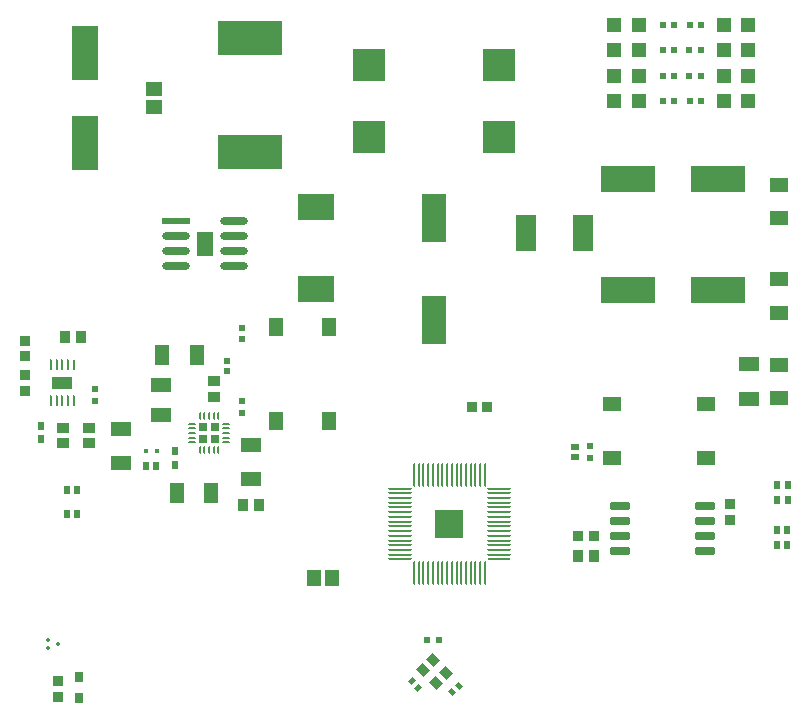
<source format=gtp>
G04*
G04 #@! TF.GenerationSoftware,Altium Limited,Altium Designer,24.9.1 (31)*
G04*
G04 Layer_Color=8421504*
%FSLAX44Y44*%
%MOMM*%
G71*
G04*
G04 #@! TF.SameCoordinates,DBAFCBE9-9C6E-486A-AB20-CA00A55F4774*
G04*
G04*
G04 #@! TF.FilePolarity,Positive*
G04*
G01*
G75*
G04:AMPARAMS|DCode=16|XSize=0.75mm|YSize=0.75mm|CornerRadius=0.0488mm|HoleSize=0mm|Usage=FLASHONLY|Rotation=270.000|XOffset=0mm|YOffset=0mm|HoleType=Round|Shape=RoundedRectangle|*
%AMROUNDEDRECTD16*
21,1,0.7500,0.6525,0,0,270.0*
21,1,0.6525,0.7500,0,0,270.0*
1,1,0.0975,-0.3263,-0.3263*
1,1,0.0975,-0.3263,0.3263*
1,1,0.0975,0.3263,0.3263*
1,1,0.0975,0.3263,-0.3263*
%
%ADD16ROUNDEDRECTD16*%
%ADD17R,2.4666X2.4666*%
%ADD18R,1.7500X1.0000*%
%ADD19R,1.3355X2.1355*%
%ADD20R,1.6800X3.1500*%
%ADD21R,2.0000X4.1000*%
G04:AMPARAMS|DCode=22|XSize=1.61mm|YSize=0.6mm|CornerRadius=0.075mm|HoleSize=0mm|Usage=FLASHONLY|Rotation=180.000|XOffset=0mm|YOffset=0mm|HoleType=Round|Shape=RoundedRectangle|*
%AMROUNDEDRECTD22*
21,1,1.6100,0.4500,0,0,180.0*
21,1,1.4600,0.6000,0,0,180.0*
1,1,0.1500,-0.7300,0.2250*
1,1,0.1500,0.7300,0.2250*
1,1,0.1500,0.7300,-0.2250*
1,1,0.1500,-0.7300,-0.2250*
%
%ADD22ROUNDEDRECTD22*%
G04:AMPARAMS|DCode=23|XSize=0.2mm|YSize=0.6mm|CornerRadius=0.05mm|HoleSize=0mm|Usage=FLASHONLY|Rotation=180.000|XOffset=0mm|YOffset=0mm|HoleType=Round|Shape=RoundedRectangle|*
%AMROUNDEDRECTD23*
21,1,0.2000,0.5000,0,0,180.0*
21,1,0.1000,0.6000,0,0,180.0*
1,1,0.1000,-0.0500,0.2500*
1,1,0.1000,0.0500,0.2500*
1,1,0.1000,0.0500,-0.2500*
1,1,0.1000,-0.0500,-0.2500*
%
%ADD23ROUNDEDRECTD23*%
G04:AMPARAMS|DCode=24|XSize=0.2mm|YSize=0.6mm|CornerRadius=0.05mm|HoleSize=0mm|Usage=FLASHONLY|Rotation=90.000|XOffset=0mm|YOffset=0mm|HoleType=Round|Shape=RoundedRectangle|*
%AMROUNDEDRECTD24*
21,1,0.2000,0.5000,0,0,90.0*
21,1,0.1000,0.6000,0,0,90.0*
1,1,0.1000,0.2500,0.0500*
1,1,0.1000,0.2500,-0.0500*
1,1,0.1000,-0.2500,-0.0500*
1,1,0.1000,-0.2500,0.0500*
%
%ADD24ROUNDEDRECTD24*%
%ADD25R,2.8000X2.8000*%
%ADD26R,0.6000X0.6400*%
%ADD27R,0.6000X0.7500*%
%ADD28R,0.4000X0.3000*%
%ADD29R,1.0000X0.9000*%
%ADD30R,1.8000X1.3000*%
%ADD31R,0.9500X0.8500*%
G04:AMPARAMS|DCode=32|XSize=0.3mm|YSize=0.3mm|CornerRadius=0.0495mm|HoleSize=0mm|Usage=FLASHONLY|Rotation=270.000|XOffset=0mm|YOffset=0mm|HoleType=Round|Shape=RoundedRectangle|*
%AMROUNDEDRECTD32*
21,1,0.3000,0.2010,0,0,270.0*
21,1,0.2010,0.3000,0,0,270.0*
1,1,0.0990,-0.1005,-0.1005*
1,1,0.0990,-0.1005,0.1005*
1,1,0.0990,0.1005,0.1005*
1,1,0.0990,0.1005,-0.1005*
%
%ADD32ROUNDEDRECTD32*%
%ADD33R,0.8000X0.9000*%
%ADD34R,1.3000X1.8000*%
%ADD35R,1.3000X1.4000*%
%ADD36R,0.9000X1.0000*%
%ADD37R,0.6000X0.5000*%
%ADD38R,0.8500X0.9500*%
%ADD39R,0.6400X0.6000*%
G04:AMPARAMS|DCode=40|XSize=0.2427mm|YSize=1.9552mm|CornerRadius=0.1214mm|HoleSize=0mm|Usage=FLASHONLY|Rotation=180.000|XOffset=0mm|YOffset=0mm|HoleType=Round|Shape=RoundedRectangle|*
%AMROUNDEDRECTD40*
21,1,0.2427,1.7125,0,0,180.0*
21,1,0.0000,1.9552,0,0,180.0*
1,1,0.2427,0.0000,0.8563*
1,1,0.2427,0.0000,0.8563*
1,1,0.2427,0.0000,-0.8563*
1,1,0.2427,0.0000,-0.8563*
%
%ADD40ROUNDEDRECTD40*%
G04:AMPARAMS|DCode=41|XSize=1.9552mm|YSize=0.2427mm|CornerRadius=0.1214mm|HoleSize=0mm|Usage=FLASHONLY|Rotation=180.000|XOffset=0mm|YOffset=0mm|HoleType=Round|Shape=RoundedRectangle|*
%AMROUNDEDRECTD41*
21,1,1.9552,0.0000,0,0,180.0*
21,1,1.7125,0.2427,0,0,180.0*
1,1,0.2427,-0.8563,0.0000*
1,1,0.2427,0.8563,0.0000*
1,1,0.2427,0.8563,0.0000*
1,1,0.2427,-0.8563,0.0000*
%
%ADD41ROUNDEDRECTD41*%
%ADD42R,1.9552X0.2427*%
%ADD43R,1.2000X1.2000*%
%ADD44R,0.5000X0.6000*%
%ADD45R,4.5500X2.3000*%
%ADD46R,1.5500X1.3000*%
%ADD47R,1.6500X1.2000*%
G04:AMPARAMS|DCode=48|XSize=0.4mm|YSize=0.5mm|CornerRadius=0mm|HoleSize=0mm|Usage=FLASHONLY|Rotation=225.000|XOffset=0mm|YOffset=0mm|HoleType=Round|Shape=Rectangle|*
%AMROTATEDRECTD48*
4,1,4,-0.0354,0.3182,0.3182,-0.0354,0.0354,-0.3182,-0.3182,0.0354,-0.0354,0.3182,0.0*
%
%ADD48ROTATEDRECTD48*%

G04:AMPARAMS|DCode=49|XSize=0.8mm|YSize=0.9mm|CornerRadius=0mm|HoleSize=0mm|Usage=FLASHONLY|Rotation=225.000|XOffset=0mm|YOffset=0mm|HoleType=Round|Shape=Rectangle|*
%AMROTATEDRECTD49*
4,1,4,-0.0354,0.6010,0.6010,-0.0354,0.0354,-0.6010,-0.6010,0.0354,-0.0354,0.6010,0.0*
%
%ADD49ROTATEDRECTD49*%

G04:AMPARAMS|DCode=50|XSize=0.4mm|YSize=0.5mm|CornerRadius=0mm|HoleSize=0mm|Usage=FLASHONLY|Rotation=315.000|XOffset=0mm|YOffset=0mm|HoleType=Round|Shape=Rectangle|*
%AMROTATEDRECTD50*
4,1,4,-0.3182,-0.0354,0.0354,0.3182,0.3182,0.0354,-0.0354,-0.3182,-0.3182,-0.0354,0.0*
%
%ADD50ROTATEDRECTD50*%

G04:AMPARAMS|DCode=51|XSize=0.9311mm|YSize=0.2393mm|CornerRadius=0.1196mm|HoleSize=0mm|Usage=FLASHONLY|Rotation=270.000|XOffset=0mm|YOffset=0mm|HoleType=Round|Shape=RoundedRectangle|*
%AMROUNDEDRECTD51*
21,1,0.9311,0.0000,0,0,270.0*
21,1,0.6918,0.2393,0,0,270.0*
1,1,0.2393,0.0000,-0.3459*
1,1,0.2393,0.0000,0.3459*
1,1,0.2393,0.0000,0.3459*
1,1,0.2393,0.0000,-0.3459*
%
%ADD51ROUNDEDRECTD51*%
%ADD52R,0.2393X0.9311*%
%ADD53R,1.7500X1.2000*%
%ADD54R,2.3000X4.5500*%
G04:AMPARAMS|DCode=55|XSize=2.3531mm|YSize=0.6221mm|CornerRadius=0.3111mm|HoleSize=0mm|Usage=FLASHONLY|Rotation=0.000|XOffset=0mm|YOffset=0mm|HoleType=Round|Shape=RoundedRectangle|*
%AMROUNDEDRECTD55*
21,1,2.3531,0.0000,0,0,0.0*
21,1,1.7310,0.6221,0,0,0.0*
1,1,0.6221,0.8655,0.0000*
1,1,0.6221,-0.8655,0.0000*
1,1,0.6221,-0.8655,0.0000*
1,1,0.6221,0.8655,0.0000*
%
%ADD55ROUNDEDRECTD55*%
%ADD56R,2.3531X0.6221*%
%ADD57R,5.4000X2.9000*%
%ADD58R,1.4000X1.3000*%
%ADD59R,1.3000X1.5500*%
%ADD60R,3.1100X2.2500*%
%ADD61R,0.5000X0.5000*%
D16*
X195580Y261555D02*
D03*
Y271055D02*
D03*
X205080D02*
D03*
Y261555D02*
D03*
D17*
X403860Y189230D02*
D03*
D18*
X76200Y308610D02*
D03*
D19*
X196850Y426720D02*
D03*
D20*
X468860Y435610D02*
D03*
X516660D02*
D03*
D21*
X391160Y361630D02*
D03*
Y448630D02*
D03*
D22*
X620250Y166370D02*
D03*
Y179070D02*
D03*
Y191770D02*
D03*
Y204470D02*
D03*
X548150D02*
D03*
Y191770D02*
D03*
Y179070D02*
D03*
Y166370D02*
D03*
D23*
X208330Y280305D02*
D03*
X204330D02*
D03*
X200330D02*
D03*
X196330D02*
D03*
X192330D02*
D03*
Y252305D02*
D03*
X196330D02*
D03*
X200330D02*
D03*
X204330D02*
D03*
X208330D02*
D03*
D24*
X186330Y274305D02*
D03*
Y270305D02*
D03*
Y266305D02*
D03*
Y262305D02*
D03*
Y258305D02*
D03*
X214330D02*
D03*
Y262305D02*
D03*
Y266305D02*
D03*
Y270305D02*
D03*
Y274305D02*
D03*
D25*
X336160Y577490D02*
D03*
X446160D02*
D03*
Y516490D02*
D03*
X336160D02*
D03*
D26*
X155530Y238695D02*
D03*
X146730D02*
D03*
X79670Y198120D02*
D03*
X88470D02*
D03*
Y218440D02*
D03*
X79670D02*
D03*
X690200Y209550D02*
D03*
X681400D02*
D03*
X680810Y171450D02*
D03*
X689610D02*
D03*
Y184150D02*
D03*
X680810D02*
D03*
X690200Y222250D02*
D03*
X681400D02*
D03*
D27*
X171450Y250795D02*
D03*
Y239295D02*
D03*
X58420Y272450D02*
D03*
Y260950D02*
D03*
D28*
X156210Y251395D02*
D03*
X147210D02*
D03*
D29*
X99060Y270910D02*
D03*
Y257410D02*
D03*
X76962Y270910D02*
D03*
Y257410D02*
D03*
X204470Y297180D02*
D03*
Y310680D02*
D03*
D30*
X125730Y240770D02*
D03*
Y269770D02*
D03*
X236220Y227540D02*
D03*
Y256540D02*
D03*
X657860Y295380D02*
D03*
Y324380D02*
D03*
D31*
X72390Y43030D02*
D03*
Y56030D02*
D03*
X641350Y205890D02*
D03*
Y192890D02*
D03*
X44450Y315110D02*
D03*
Y302110D02*
D03*
Y344320D02*
D03*
Y331320D02*
D03*
D32*
X64330Y91130D02*
D03*
X72830Y87630D02*
D03*
X64330Y84130D02*
D03*
D33*
X90170Y59300D02*
D03*
Y42300D02*
D03*
D34*
X201930Y215835D02*
D03*
X172930D02*
D03*
X189760Y332740D02*
D03*
X160760D02*
D03*
D35*
X304800Y143510D02*
D03*
X288800D02*
D03*
D36*
X242970Y205740D02*
D03*
X229470D02*
D03*
X526580Y162560D02*
D03*
X513080D02*
D03*
X78740Y347980D02*
D03*
X92240D02*
D03*
D37*
X522940Y245110D02*
D03*
Y255110D02*
D03*
X104140Y303450D02*
D03*
Y293450D02*
D03*
X228600Y293225D02*
D03*
Y283225D02*
D03*
Y345520D02*
D03*
Y355520D02*
D03*
D38*
X525930Y179070D02*
D03*
X512930D02*
D03*
X422760Y288290D02*
D03*
X435760D02*
D03*
D39*
X510240Y245710D02*
D03*
Y254510D02*
D03*
D40*
X433860Y147475D02*
D03*
X429860D02*
D03*
X425860D02*
D03*
X421860D02*
D03*
X417860D02*
D03*
X413860D02*
D03*
X409860D02*
D03*
X405860D02*
D03*
X401860D02*
D03*
X397860D02*
D03*
X393860D02*
D03*
X389860D02*
D03*
X385860D02*
D03*
X381860D02*
D03*
X377860D02*
D03*
X373860D02*
D03*
Y230985D02*
D03*
X377860D02*
D03*
X381860D02*
D03*
X385860D02*
D03*
X389860D02*
D03*
X393860D02*
D03*
X397860D02*
D03*
X401860D02*
D03*
X405860D02*
D03*
X409860D02*
D03*
X413860D02*
D03*
X417860D02*
D03*
X421860D02*
D03*
X425860D02*
D03*
X429860D02*
D03*
X433860D02*
D03*
D41*
X362105Y159230D02*
D03*
Y163230D02*
D03*
Y167230D02*
D03*
Y171230D02*
D03*
Y175230D02*
D03*
Y179230D02*
D03*
Y183230D02*
D03*
Y187230D02*
D03*
Y191230D02*
D03*
Y195230D02*
D03*
Y199230D02*
D03*
Y203230D02*
D03*
Y207230D02*
D03*
Y211230D02*
D03*
Y215230D02*
D03*
Y219230D02*
D03*
X445615D02*
D03*
Y215230D02*
D03*
Y211230D02*
D03*
Y207230D02*
D03*
Y203230D02*
D03*
Y199230D02*
D03*
Y195230D02*
D03*
Y191230D02*
D03*
Y187230D02*
D03*
Y183230D02*
D03*
Y179230D02*
D03*
Y175230D02*
D03*
Y171230D02*
D03*
Y167230D02*
D03*
Y163230D02*
D03*
D42*
Y159230D02*
D03*
D43*
X543220Y568960D02*
D03*
X564220D02*
D03*
X543220Y590550D02*
D03*
X564220D02*
D03*
X543220Y612140D02*
D03*
X564220D02*
D03*
Y547370D02*
D03*
X543220D02*
D03*
X635930D02*
D03*
X656930D02*
D03*
X635930Y568960D02*
D03*
X656930D02*
D03*
Y590550D02*
D03*
X635930D02*
D03*
X656930Y612140D02*
D03*
X635930D02*
D03*
D44*
X584360Y568960D02*
D03*
X594360D02*
D03*
X584280Y590550D02*
D03*
X594280D02*
D03*
X584280Y612140D02*
D03*
X594280D02*
D03*
Y547370D02*
D03*
X584280D02*
D03*
X617140D02*
D03*
X607140D02*
D03*
X607060Y568960D02*
D03*
X617060D02*
D03*
Y590550D02*
D03*
X607060D02*
D03*
X617140Y612140D02*
D03*
X607140D02*
D03*
X395150Y91231D02*
D03*
X385150D02*
D03*
D45*
X631090Y481330D02*
D03*
X555090D02*
D03*
Y387350D02*
D03*
X631090D02*
D03*
D46*
X621410Y245470D02*
D03*
X541910D02*
D03*
X621410Y290470D02*
D03*
X541910D02*
D03*
D47*
X683260Y295880D02*
D03*
Y323880D02*
D03*
Y368270D02*
D03*
Y396270D02*
D03*
Y448280D02*
D03*
Y476280D02*
D03*
D48*
X406112Y46702D02*
D03*
X411768Y52358D02*
D03*
D49*
X392481Y54661D02*
D03*
X381521Y65621D02*
D03*
X390360Y74460D02*
D03*
X401320Y63500D02*
D03*
D50*
X377478Y50512D02*
D03*
X371822Y56168D02*
D03*
D51*
X86200Y293705D02*
D03*
X81200D02*
D03*
X76200D02*
D03*
X71200D02*
D03*
X66200D02*
D03*
Y323515D02*
D03*
X71200D02*
D03*
X76200D02*
D03*
X81200D02*
D03*
D52*
X86200D02*
D03*
D53*
X160020Y307325D02*
D03*
Y281825D02*
D03*
D54*
X95250Y511910D02*
D03*
Y587910D02*
D03*
D55*
X221616Y445770D02*
D03*
Y433070D02*
D03*
Y420370D02*
D03*
Y407670D02*
D03*
X172084D02*
D03*
Y420370D02*
D03*
Y433070D02*
D03*
D56*
Y445770D02*
D03*
D57*
X234950Y600950D02*
D03*
Y503950D02*
D03*
D58*
X153670Y541910D02*
D03*
Y557910D02*
D03*
D59*
X256900Y276480D02*
D03*
Y355980D02*
D03*
X301900Y276480D02*
D03*
X301900Y355980D02*
D03*
D60*
X290830Y457510D02*
D03*
Y388310D02*
D03*
D61*
X215900Y318770D02*
D03*
Y327192D02*
D03*
M02*

</source>
